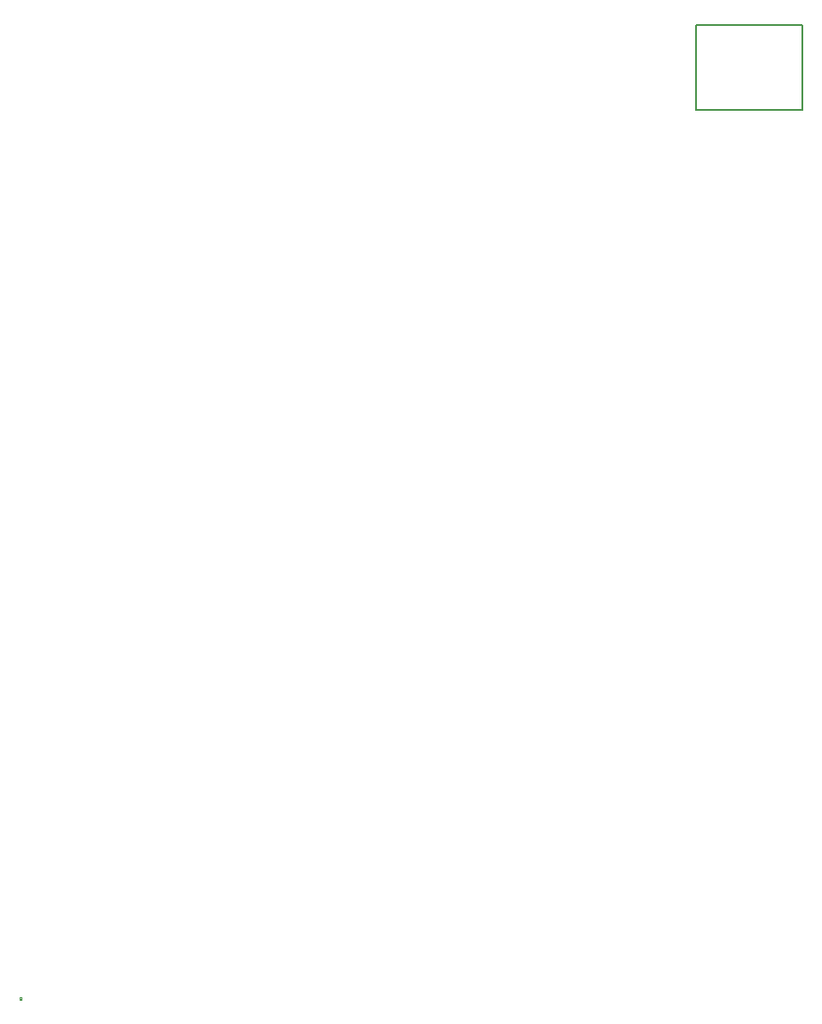
<source format=gko>
G04 Layer_Color=16711935*
%FSAX25Y25*%
%MOIN*%
G70*
G01*
G75*
%ADD14C,0.00787*%
%ADD18C,0.00039*%
D14*
X0252500Y0363425D02*
X0291870D01*
X0252500Y0331929D02*
Y0363425D01*
X0291870Y0331929D02*
Y0363425D01*
X0252500Y0331929D02*
X0291870D01*
D18*
X0000250Y0000170D02*
G03*
X0000250Y0000170I-0000050J0000000D01*
G01*
X0000470D02*
G03*
X0000470Y0000170I-0000050J0000000D01*
G01*
X0000690D02*
G03*
X0000690Y0000170I-0000050J0000000D01*
G01*
X0000020Y0000020D02*
X0000820D01*
Y0001020D01*
X0000020D02*
X0000820D01*
X0000020Y0000020D02*
Y0001020D01*
M02*

</source>
